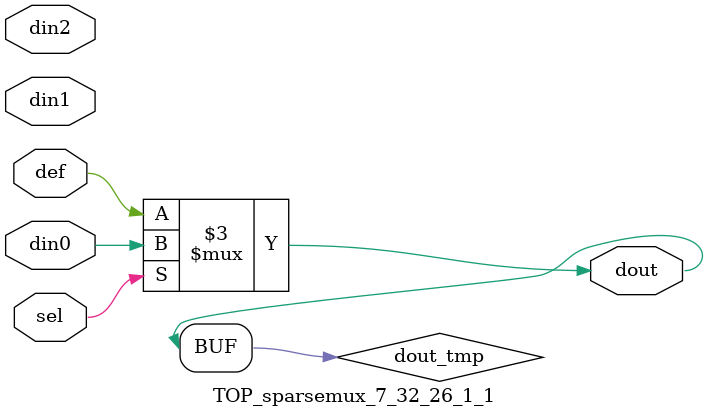
<source format=v>
`timescale 1ns / 1ps

module TOP_sparsemux_7_32_26_1_1 (din0,din1,din2,def,sel,dout);

parameter din0_WIDTH = 1;

parameter din1_WIDTH = 1;

parameter din2_WIDTH = 1;

parameter def_WIDTH = 1;
parameter sel_WIDTH = 1;
parameter dout_WIDTH = 1;

parameter [sel_WIDTH-1:0] CASE0 = 1;

parameter [sel_WIDTH-1:0] CASE1 = 1;

parameter [sel_WIDTH-1:0] CASE2 = 1;

parameter ID = 1;
parameter NUM_STAGE = 1;



input [din0_WIDTH-1:0] din0;

input [din1_WIDTH-1:0] din1;

input [din2_WIDTH-1:0] din2;

input [def_WIDTH-1:0] def;
input [sel_WIDTH-1:0] sel;

output [dout_WIDTH-1:0] dout;



reg [dout_WIDTH-1:0] dout_tmp;

always @ (*) begin
case (sel)
    
    CASE0 : dout_tmp = din0;
    
    CASE1 : dout_tmp = din1;
    
    CASE2 : dout_tmp = din2;
    
    default : dout_tmp = def;
endcase
end


assign dout = dout_tmp;



endmodule

</source>
